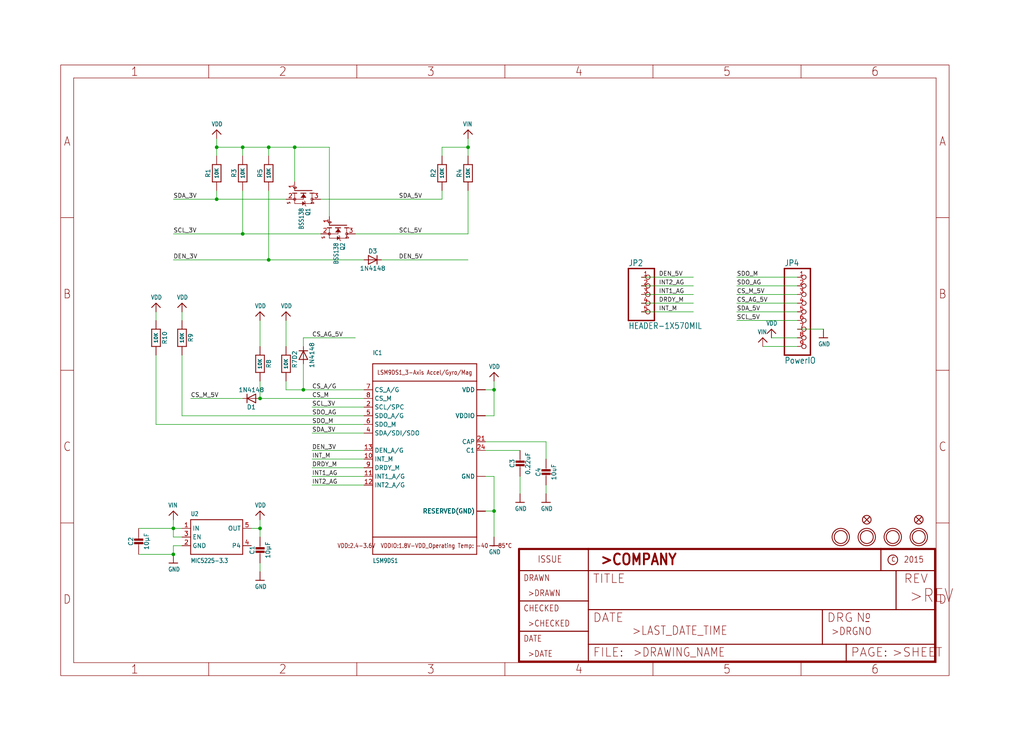
<source format=kicad_sch>
(kicad_sch (version 20211123) (generator eeschema)
  (paper "User" 300.076 217.881)
  (lib_symbols
    (symbol "eagleSchem-eagle-import:CAP_CERAMIC0805-NOOUTLINE"
      (property "Reference" "C" (at -2.29 1.25 90))
      (property "Value" "CAP_CERAMIC0805-NOOUTLINE" (at 2.3 1.25 90))
      (symbol "CAP_CERAMIC0805-NOOUTLINE_1_0"
        (rectangle (start -1.27 0.508) (end 1.27 1.016) (fill (type outline)))
        (rectangle (start -1.27 1.524) (end 1.27 2.032) (fill (type outline)))
        (polyline (pts (xy 0 0.762) (xy 0 0)) (stroke (width 0.1524)))
        (polyline (pts (xy 0 2.54) (xy 0 1.778)) (stroke (width 0.1524)))
        (pin passive line (at 0 5.08 270) (length 2.54) (name "1") (number "1"))
        (pin passive line (at 0 -2.54 90) (length 2.54) (name "2") (number "2"))
      )
    )
    (symbol "eagleSchem-eagle-import:CAP_CERAMIC0805_10MGAP"
      (property "Reference" "C" (at -2.29 1.25 90))
      (property "Value" "CAP_CERAMIC0805_10MGAP" (at 2.3 1.25 90))
      (symbol "CAP_CERAMIC0805_10MGAP_1_0"
        (rectangle (start -1.27 0.508) (end 1.27 1.016) (fill (type outline)))
        (rectangle (start -1.27 1.524) (end 1.27 2.032) (fill (type outline)))
        (polyline (pts (xy 0 0.762) (xy 0 0)) (stroke (width 0.1524)))
        (polyline (pts (xy 0 2.54) (xy 0 1.778)) (stroke (width 0.1524)))
        (pin passive line (at 0 5.08 270) (length 2.54) (name "1") (number "1"))
        (pin passive line (at 0 -2.54 90) (length 2.54) (name "2") (number "2"))
      )
    )
    (symbol "eagleSchem-eagle-import:DIODESOD-323"
      (property "Reference" "D" (at 0 2.54 0))
      (property "Value" "DIODESOD-323" (at 0 -2.5 0))
      (symbol "DIODESOD-323_1_0"
        (polyline (pts (xy -1.27 -1.27) (xy 1.27 0)) (stroke (width 0.254)))
        (polyline (pts (xy -1.27 1.27) (xy -1.27 -1.27)) (stroke (width 0.254)))
        (polyline (pts (xy 1.27 0) (xy -1.27 1.27)) (stroke (width 0.254)))
        (polyline (pts (xy 1.27 0) (xy 1.27 -1.27)) (stroke (width 0.254)))
        (polyline (pts (xy 1.27 1.27) (xy 1.27 0)) (stroke (width 0.254)))
        (pin passive line (at -2.54 0 0) (length 2.54) (name "A") (number "A"))
        (pin passive line (at 2.54 0 180) (length 2.54) (name "C") (number "C"))
      )
    )
    (symbol "eagleSchem-eagle-import:FIDUCIAL{dblquote}{dblquote}"
      (symbol "FIDUCIAL{dblquote}{dblquote}_1_0"
        (polyline (pts (xy -0.762 0.762) (xy 0.762 -0.762)) (stroke (width 0.254)))
        (polyline (pts (xy 0.762 0.762) (xy -0.762 -0.762)) (stroke (width 0.254)))
        (circle (center 0 0) (radius 1.27) (stroke (width 0.254)))
      )
    )
    (symbol "eagleSchem-eagle-import:FRAME_A4"
      (symbol "FRAME_A4_1_0"
        (polyline (pts (xy 0 44.7675) (xy 3.81 44.7675)))
        (polyline (pts (xy 0 89.535) (xy 3.81 89.535)))
        (polyline (pts (xy 0 134.3025) (xy 3.81 134.3025)))
        (polyline (pts (xy 3.81 3.81) (xy 3.81 175.26)))
        (polyline (pts (xy 43.3917 0) (xy 43.3917 3.81)))
        (polyline (pts (xy 43.3917 175.26) (xy 43.3917 179.07)))
        (polyline (pts (xy 86.7833 0) (xy 86.7833 3.81)))
        (polyline (pts (xy 86.7833 175.26) (xy 86.7833 179.07)))
        (polyline (pts (xy 130.175 0) (xy 130.175 3.81)))
        (polyline (pts (xy 130.175 175.26) (xy 130.175 179.07)))
        (polyline (pts (xy 173.5667 0) (xy 173.5667 3.81)))
        (polyline (pts (xy 173.5667 175.26) (xy 173.5667 179.07)))
        (polyline (pts (xy 216.9583 0) (xy 216.9583 3.81)))
        (polyline (pts (xy 216.9583 175.26) (xy 216.9583 179.07)))
        (polyline (pts (xy 256.54 3.81) (xy 3.81 3.81)))
        (polyline (pts (xy 256.54 3.81) (xy 256.54 8.89)) (stroke (width 0.1016)))
        (polyline (pts (xy 256.54 3.81) (xy 256.54 175.26)))
        (polyline (pts (xy 256.54 8.89) (xy 256.54 13.97)) (stroke (width 0.1016)))
        (polyline (pts (xy 256.54 13.97) (xy 256.54 19.05)) (stroke (width 0.1016)))
        (polyline (pts (xy 256.54 19.05) (xy 256.54 36.83)) (stroke (width 0.1016)))
        (polyline (pts (xy 256.54 44.7675) (xy 260.35 44.7675)))
        (polyline (pts (xy 256.54 89.535) (xy 260.35 89.535)))
        (polyline (pts (xy 256.54 134.3025) (xy 260.35 134.3025)))
        (polyline (pts (xy 256.54 175.26) (xy 3.81 175.26)))
        (polyline (pts (xy 0 0) (xy 260.35 0) (xy 260.35 179.07) (xy 0 179.07) (xy 0 0)))
        (text "1" (at 21.6958 1.905 0) (effects (font (size 2.54 2.286))))
        (text "1" (at 21.6958 177.165 0) (effects (font (size 2.54 2.286))))
        (text "2" (at 65.0875 1.905 0) (effects (font (size 2.54 2.286))))
        (text "2" (at 65.0875 177.165 0) (effects (font (size 2.54 2.286))))
        (text "3" (at 108.4792 1.905 0) (effects (font (size 2.54 2.286))))
        (text "3" (at 108.4792 177.165 0) (effects (font (size 2.54 2.286))))
        (text "4" (at 151.8708 1.905 0) (effects (font (size 2.54 2.286))))
        (text "4" (at 151.8708 177.165 0) (effects (font (size 2.54 2.286))))
        (text "5" (at 195.2625 1.905 0) (effects (font (size 2.54 2.286))))
        (text "5" (at 195.2625 177.165 0) (effects (font (size 2.54 2.286))))
        (text "6" (at 238.6542 1.905 0) (effects (font (size 2.54 2.286))))
        (text "6" (at 238.6542 177.165 0) (effects (font (size 2.54 2.286))))
        (text "A" (at 1.905 156.6863 0) (effects (font (size 2.54 2.286))))
        (text "A" (at 258.445 156.6863 0) (effects (font (size 2.54 2.286))))
        (text "B" (at 1.905 111.9188 0) (effects (font (size 2.54 2.286))))
        (text "B" (at 258.445 111.9188 0) (effects (font (size 2.54 2.286))))
        (text "C" (at 1.905 67.1513 0) (effects (font (size 2.54 2.286))))
        (text "C" (at 258.445 67.1513 0) (effects (font (size 2.54 2.286))))
        (text "D" (at 1.905 22.3838 0) (effects (font (size 2.54 2.286))))
        (text "D" (at 258.445 22.3838 0) (effects (font (size 2.54 2.286))))
      )
      (symbol "FRAME_A4_2_0"
        (polyline (pts (xy -0.3048 1.5748) (xy 20.0152 1.5748)) (stroke (width 0.6096)))
        (polyline (pts (xy -0.3048 10.4648) (xy -0.3048 1.5748)) (stroke (width 0.6096)))
        (polyline (pts (xy -0.3048 10.4648) (xy 20.0152 10.4648)) (stroke (width 0.3048)))
        (polyline (pts (xy -0.3048 19.3548) (xy -0.3048 10.4648)) (stroke (width 0.6096)))
        (polyline (pts (xy -0.3048 19.3548) (xy 20.0152 19.3548)) (stroke (width 0.3048)))
        (polyline (pts (xy -0.3048 28.2448) (xy -0.3048 19.3548)) (stroke (width 0.6096)))
        (polyline (pts (xy -0.3048 28.2448) (xy 20.0152 28.2448)) (stroke (width 0.3048)))
        (polyline (pts (xy -0.3048 34.5948) (xy -0.3048 28.2448)) (stroke (width 0.6096)))
        (polyline (pts (xy 20.0152 1.5748) (xy 20.0152 6.6548)) (stroke (width 0.3048)))
        (polyline (pts (xy 20.0152 1.5748) (xy 95.5802 1.5748)) (stroke (width 0.6096)))
        (polyline (pts (xy 20.0152 6.6548) (xy 20.0152 10.4648)) (stroke (width 0.3048)))
        (polyline (pts (xy 20.0152 6.6548) (xy 88.5952 6.6548)) (stroke (width 0.3048)))
        (polyline (pts (xy 20.0152 10.4648) (xy 20.0152 16.8148)) (stroke (width 0.3048)))
        (polyline (pts (xy 20.0152 16.8148) (xy 20.0152 19.3548)) (stroke (width 0.3048)))
        (polyline (pts (xy 20.0152 19.3548) (xy 20.0152 28.2448)) (stroke (width 0.3048)))
        (polyline (pts (xy 20.0152 28.2448) (xy 20.0152 34.5948)) (stroke (width 0.3048)))
        (polyline (pts (xy 20.0152 28.2448) (xy 105.7402 28.2448)) (stroke (width 0.3048)))
        (polyline (pts (xy 20.0152 34.5948) (xy -0.3048 34.5948)) (stroke (width 0.6096)))
        (polyline (pts (xy 88.5952 6.6548) (xy 95.5802 6.6548)) (stroke (width 0.3048)))
        (polyline (pts (xy 88.5952 16.8148) (xy 20.0152 16.8148)) (stroke (width 0.3048)))
        (polyline (pts (xy 88.5952 16.8148) (xy 88.5952 6.6548)) (stroke (width 0.3048)))
        (polyline (pts (xy 95.5802 1.5748) (xy 121.6152 1.5748)) (stroke (width 0.6096)))
        (polyline (pts (xy 95.5802 6.6548) (xy 95.5802 1.5748)) (stroke (width 0.3048)))
        (polyline (pts (xy 95.5802 6.6548) (xy 121.6152 6.6548)) (stroke (width 0.3048)))
        (polyline (pts (xy 101.2952 13.3223) (xy 102.2477 13.3223)) (stroke (width 0.254)))
        (polyline (pts (xy 105.7402 28.2448) (xy 105.7402 34.5948)) (stroke (width 0.3048)))
        (polyline (pts (xy 105.7402 28.2448) (xy 110.1852 28.2448)) (stroke (width 0.3048)))
        (polyline (pts (xy 105.7402 34.5948) (xy 20.0152 34.5948)) (stroke (width 0.6096)))
        (polyline (pts (xy 110.1852 16.8148) (xy 88.5952 16.8148)) (stroke (width 0.3048)))
        (polyline (pts (xy 110.1852 28.2448) (xy 110.1852 16.8148)) (stroke (width 0.3048)))
        (polyline (pts (xy 110.1852 28.2448) (xy 121.6152 28.2448)) (stroke (width 0.3048)))
        (polyline (pts (xy 121.6152 6.6548) (xy 121.6152 1.5748)) (stroke (width 0.6096)))
        (polyline (pts (xy 121.6152 16.8148) (xy 110.1852 16.8148)) (stroke (width 0.3048)))
        (polyline (pts (xy 121.6152 16.8148) (xy 121.6152 6.6548)) (stroke (width 0.6096)))
        (polyline (pts (xy 121.6152 28.2448) (xy 121.6152 16.8148)) (stroke (width 0.6096)))
        (polyline (pts (xy 121.6152 34.5948) (xy 105.7402 34.5948)) (stroke (width 0.6096)))
        (polyline (pts (xy 121.6152 34.5948) (xy 121.6152 28.2448)) (stroke (width 0.6096)))
        (circle (center 109.2327 31.4198) (radius 1.4199) (stroke (width 0.254)))
        (text "2015" (at 112.4077 30.4673 0) (effects (font (size 1.778 1.5113)) (justify left bottom)))
        (text ">CHECKED" (at 2.2352 11.7348 0) (effects (font (size 1.778 1.5113)) (justify left bottom)))
        (text ">COMPANY" (at 23.349 29.6735 0) (effects (font (size 3.175 2.6987) (thickness 0.5397) bold) (justify left bottom)))
        (text ">DATE" (at 2.2352 2.8448 0) (effects (font (size 1.778 1.5113)) (justify left bottom)))
        (text ">DRAWING_NAME" (at 33.0327 2.8448 0) (effects (font (size 2.54 2.159)) (justify left bottom)))
        (text ">DRAWN" (at 2.2352 20.6248 0) (effects (font (size 1.778 1.5113)) (justify left bottom)))
        (text ">DRGNO" (at 91.1352 9.1948 0) (effects (font (size 2.1844 1.8567)) (justify left bottom)))
        (text ">LAST_DATE_TIME" (at 32.7152 9.1948 0) (effects (font (size 2.54 2.159)) (justify left bottom)))
        (text ">REV" (at 113.9952 18.7198 0) (effects (font (size 3.81 3.2385)) (justify left bottom)))
        (text ">SHEET" (at 108.9152 2.8448 0) (effects (font (size 2.54 2.54)) (justify left bottom)))
        (text "C" (at 108.7564 30.7848 0) (effects (font (size 1.27 1.0795)) (justify left bottom)))
        (text "CHECKED" (at 0.9652 16.1798 0) (effects (font (size 1.778 1.5113)) (justify left bottom)))
        (text "DATE" (at 0.9652 7.2898 0) (effects (font (size 1.778 1.5113)) (justify left bottom)))
        (text "DATE" (at 21.2852 13.0048 0) (effects (font (size 2.54 2.54)) (justify left bottom)))
        (text "DRAWN" (at 0.9652 25.0698 0) (effects (font (size 1.778 1.5113)) (justify left bottom)))
        (text "DRG" (at 89.8652 13.0048 0) (effects (font (size 2.54 2.54)) (justify left bottom)))
        (text "FILE:" (at 21.2852 2.8448 0) (effects (font (size 2.54 2.54)) (justify left bottom)))
        (text "ISSUE" (at 5.0927 30.4673 0) (effects (font (size 1.9304 1.6408)) (justify left bottom)))
        (text "N" (at 98.4377 13.0048 0) (effects (font (size 2.54 2.54)) (justify left bottom)))
        (text "o" (at 100.9777 13.9573 0) (effects (font (size 2.1844 1.8567)) (justify left bottom)))
        (text "PAGE:" (at 96.8502 2.8448 0) (effects (font (size 2.54 2.54)) (justify left bottom)))
        (text "REV" (at 112.4077 24.4348 0) (effects (font (size 2.54 2.54)) (justify left bottom)))
        (text "TITLE" (at 21.2852 24.4348 0) (effects (font (size 2.54 2.54)) (justify left bottom)))
      )
    )
    (symbol "eagleSchem-eagle-import:GND" (power)
      (property "Value" "GND" (at -1.524 -2.54 0))
      (symbol "GND_1_0"
        (polyline (pts (xy -1.27 0) (xy 1.27 0)) (stroke (width 0.254)))
        (pin power_in line (at 0 2.54 270) (length 2.54) (name "GND") (number "1"))
      )
    )
    (symbol "eagleSchem-eagle-import:HEADER-1X570MIL"
      (property "Reference" "JP" (at -6.35 8.255 0))
      (property "Value" "HEADER-1X570MIL" (at -6.35 -10.16 0))
      (symbol "HEADER-1X570MIL_1_0"
        (polyline (pts (xy -6.35 -7.62) (xy 1.27 -7.62)) (stroke (width 0.4064)))
        (polyline (pts (xy -6.35 7.62) (xy -6.35 -7.62)) (stroke (width 0.4064)))
        (polyline (pts (xy 1.27 -7.62) (xy 1.27 7.62)) (stroke (width 0.4064)))
        (polyline (pts (xy 1.27 7.62) (xy -6.35 7.62)) (stroke (width 0.4064)))
        (pin passive inverted (at -2.54 5.08 0) (length 2.54) (name "1") (number "1"))
        (pin passive inverted (at -2.54 2.54 0) (length 2.54) (name "2") (number "2"))
        (pin passive inverted (at -2.54 0 0) (length 2.54) (name "3") (number "3"))
        (pin passive inverted (at -2.54 -2.54 0) (length 2.54) (name "4") (number "4"))
        (pin passive inverted (at -2.54 -5.08 0) (length 2.54) (name "5") (number "5"))
      )
    )
    (symbol "eagleSchem-eagle-import:HEADER-1X970MIL"
      (property "Reference" "JP" (at -6.35 13.335 0))
      (property "Value" "HEADER-1X970MIL" (at -6.35 -15.24 0))
      (symbol "HEADER-1X970MIL_1_0"
        (polyline (pts (xy -6.35 -12.7) (xy 1.27 -12.7)) (stroke (width 0.4064)))
        (polyline (pts (xy -6.35 12.7) (xy -6.35 -12.7)) (stroke (width 0.4064)))
        (polyline (pts (xy 1.27 -12.7) (xy 1.27 12.7)) (stroke (width 0.4064)))
        (polyline (pts (xy 1.27 12.7) (xy -6.35 12.7)) (stroke (width 0.4064)))
        (pin passive inverted (at -2.54 10.16 0) (length 2.54) (name "1") (number "1"))
        (pin passive inverted (at -2.54 7.62 0) (length 2.54) (name "2") (number "2"))
        (pin passive inverted (at -2.54 5.08 0) (length 2.54) (name "3") (number "3"))
        (pin passive inverted (at -2.54 2.54 0) (length 2.54) (name "4") (number "4"))
        (pin passive inverted (at -2.54 0 0) (length 2.54) (name "5") (number "5"))
        (pin passive inverted (at -2.54 -2.54 0) (length 2.54) (name "6") (number "6"))
        (pin passive inverted (at -2.54 -5.08 0) (length 2.54) (name "7") (number "7"))
        (pin passive inverted (at -2.54 -7.62 0) (length 2.54) (name "8") (number "8"))
        (pin passive inverted (at -2.54 -10.16 0) (length 2.54) (name "9") (number "9"))
      )
    )
    (symbol "eagleSchem-eagle-import:LSM9DS1"
      (property "Reference" "IC" (at -15.24 27.94 0))
      (property "Value" "LSM9DS1" (at -15.24 -33.02 0))
      (symbol "LSM9DS1_1_0"
        (polyline (pts (xy -15.24 -30.48) (xy 15.24 -30.48)) (stroke (width 0.254)))
        (polyline (pts (xy -15.24 -25.4) (xy -15.24 -30.48)) (stroke (width 0.254)))
        (polyline (pts (xy -15.24 -25.4) (xy -15.24 20.32)) (stroke (width 0.254)))
        (polyline (pts (xy -15.24 20.32) (xy -15.24 25.4)) (stroke (width 0.254)))
        (polyline (pts (xy -15.24 20.32) (xy 15.24 20.32)) (stroke (width 0.254)))
        (polyline (pts (xy -15.24 25.4) (xy 15.24 25.4)) (stroke (width 0.254)))
        (polyline (pts (xy 15.24 -30.48) (xy 15.24 -25.4)) (stroke (width 0.254)))
        (polyline (pts (xy 15.24 -25.4) (xy -15.24 -25.4)) (stroke (width 0.254)))
        (polyline (pts (xy 15.24 20.32) (xy 15.24 -25.4)) (stroke (width 0.254)))
        (polyline (pts (xy 15.24 25.4) (xy 15.24 20.32)) (stroke (width 0.254)))
        (text "LSM9DS1_3-Axis Accel/Gyro/Mag" (at 0 22.86 0) (effects (font (size 1.27 1.0795))))
        (text "VDD:2.4-3.6V  VDDIO:1.8V-VDD_Operating Temp: -40 - 85°C" (at 0 -27.94 0) (effects (font (size 1.27 1.0795))))
        (pin power_in line (at 17.78 10.16 180) (length 2.54) (name "VDDIO") (number "1"))
        (pin bidirectional line (at -17.78 -2.54 0) (length 2.54) (name "INT_M") (number "10"))
        (pin bidirectional line (at -17.78 -7.62 0) (length 2.54) (name "INT1_A/G") (number "11"))
        (pin bidirectional line (at -17.78 -10.16 0) (length 2.54) (name "INT2_A/G") (number "12"))
        (pin bidirectional line (at -17.78 0 0) (length 2.54) (name "DEN_A/G") (number "13"))
        (pin power_in line (at 17.78 -17.78 180) (length 2.54) (name "RESERVED(GND)") (number "14"))
        (pin power_in line (at 17.78 -17.78 180) (length 2.54) (name "RESERVED(GND)") (number "15"))
        (pin power_in line (at 17.78 -17.78 180) (length 2.54) (name "RESERVED(GND)") (number "16"))
        (pin power_in line (at 17.78 -17.78 180) (length 2.54) (name "RESERVED(GND)") (number "17"))
        (pin power_in line (at 17.78 -17.78 180) (length 2.54) (name "RESERVED(GND)") (number "18"))
        (pin power_in line (at 17.78 -7.62 180) (length 2.54) (name "GND") (number "19"))
        (pin bidirectional line (at -17.78 12.7 0) (length 2.54) (name "SCL/SPC") (number "2"))
        (pin power_in line (at 17.78 -7.62 180) (length 2.54) (name "GND") (number "20"))
        (pin bidirectional line (at 17.78 2.54 180) (length 2.54) (name "CAP") (number "21"))
        (pin power_in line (at 17.78 17.78 180) (length 2.54) (name "VDD") (number "22"))
        (pin power_in line (at 17.78 17.78 180) (length 2.54) (name "VDD") (number "23"))
        (pin bidirectional line (at 17.78 0 180) (length 2.54) (name "C1") (number "24"))
        (pin power_in line (at 17.78 10.16 180) (length 2.54) (name "VDDIO") (number "3"))
        (pin bidirectional line (at -17.78 5.08 0) (length 2.54) (name "SDA/SDI/SDO") (number "4"))
        (pin bidirectional line (at -17.78 10.16 0) (length 2.54) (name "SDO_A/G") (number "5"))
        (pin bidirectional line (at -17.78 7.62 0) (length 2.54) (name "SDO_M") (number "6"))
        (pin bidirectional line (at -17.78 17.78 0) (length 2.54) (name "CS_A/G") (number "7"))
        (pin bidirectional line (at -17.78 15.24 0) (length 2.54) (name "CS_M") (number "8"))
        (pin bidirectional line (at -17.78 -5.08 0) (length 2.54) (name "DRDY_M") (number "9"))
      )
    )
    (symbol "eagleSchem-eagle-import:MOSFET-NWIDE"
      (property "Reference" "Q" (at 5.08 0.635 0))
      (property "Value" "MOSFET-NWIDE" (at 5.08 -1.27 0))
      (symbol "MOSFET-NWIDE_1_0"
        (polyline (pts (xy 0 2.54) (xy 0 -2.54)) (stroke (width 0.254)))
        (polyline (pts (xy 0.762 -2.54) (xy 0.762 -3.175)) (stroke (width 0.254)))
        (polyline (pts (xy 0.762 -1.905) (xy 0.762 -2.54)) (stroke (width 0.254)))
        (polyline (pts (xy 0.762 0) (xy 0.762 -0.762)) (stroke (width 0.254)))
        (polyline (pts (xy 0.762 0) (xy 2.54 0)) (stroke (width 0.1524)))
        (polyline (pts (xy 0.762 0.762) (xy 0.762 0)) (stroke (width 0.254)))
        (polyline (pts (xy 0.762 2.54) (xy 0.762 1.905)) (stroke (width 0.254)))
        (polyline (pts (xy 0.762 2.54) (xy 3.81 2.54)) (stroke (width 0.1524)))
        (polyline (pts (xy 0.762 3.175) (xy 0.762 2.54)) (stroke (width 0.254)))
        (polyline (pts (xy 2.54 -2.54) (xy 0.762 -2.54)) (stroke (width 0.1524)))
        (polyline (pts (xy 2.54 -2.54) (xy 3.81 -2.54)) (stroke (width 0.1524)))
        (polyline (pts (xy 2.54 0) (xy 2.54 -2.54)) (stroke (width 0.1524)))
        (polyline (pts (xy 3.302 0.508) (xy 3.048 0.254)) (stroke (width 0.1524)))
        (polyline (pts (xy 3.81 0.508) (xy 3.302 0.508)) (stroke (width 0.1524)))
        (polyline (pts (xy 3.81 0.508) (xy 3.81 -2.54)) (stroke (width 0.1524)))
        (polyline (pts (xy 3.81 2.54) (xy 3.81 0.508)) (stroke (width 0.1524)))
        (polyline (pts (xy 4.318 0.508) (xy 3.81 0.508)) (stroke (width 0.1524)))
        (polyline (pts (xy 4.572 0.762) (xy 4.318 0.508)) (stroke (width 0.1524)))
        (polyline (pts (xy 1.016 0) (xy 2.032 0.762) (xy 2.032 -0.762)) (fill (type outline)))
        (polyline (pts (xy 3.81 0.508) (xy 3.302 -0.254) (xy 4.318 -0.254)) (fill (type outline)))
        (circle (center 2.54 -2.54) (radius 0.3592))
        (circle (center 2.54 2.54) (radius 0.3592))
        (text "D" (at 3.175 3.175 0) (effects (font (size 0.8128 0.6908)) (justify left bottom)))
        (text "G" (at -1.27 -1.905 0) (effects (font (size 0.8128 0.6908)) (justify left bottom)))
        (text "S" (at 3.175 -3.81 0) (effects (font (size 0.8128 0.6908)) (justify left bottom)))
        (pin bidirectional line (at -2.54 -2.54 0) (length 2.54) (name "G") (number "1"))
        (pin bidirectional line (at 2.54 -5.08 90) (length 2.54) (name "S") (number "2"))
        (pin bidirectional line (at 2.54 5.08 270) (length 2.54) (name "D") (number "3"))
      )
    )
    (symbol "eagleSchem-eagle-import:MOUNTINGHOLE2.5"
      (symbol "MOUNTINGHOLE2.5_1_0"
        (circle (center 0 0) (radius 1.905) (stroke (width 0.254)))
        (circle (center 0 0) (radius 2.54) (stroke (width 0.254)))
      )
    )
    (symbol "eagleSchem-eagle-import:RESISTOR0805_10MGAP"
      (property "Reference" "R" (at 0 2.54 0))
      (property "Value" "RESISTOR0805_10MGAP" (at 0 0 0))
      (symbol "RESISTOR0805_10MGAP_1_0"
        (polyline (pts (xy -2.54 -1.27) (xy -2.54 1.27)) (stroke (width 0.254)))
        (polyline (pts (xy -2.54 1.27) (xy 2.54 1.27)) (stroke (width 0.254)))
        (polyline (pts (xy 2.54 -1.27) (xy -2.54 -1.27)) (stroke (width 0.254)))
        (polyline (pts (xy 2.54 1.27) (xy 2.54 -1.27)) (stroke (width 0.254)))
        (pin passive line (at -5.08 0 0) (length 2.54) (name "1") (number "1"))
        (pin passive line (at 5.08 0 180) (length 2.54) (name "2") (number "2"))
      )
    )
    (symbol "eagleSchem-eagle-import:RESISTOR0805_NOOUTLINE"
      (property "Reference" "R" (at 0 2.54 0))
      (property "Value" "RESISTOR0805_NOOUTLINE" (at 0 0 0))
      (symbol "RESISTOR0805_NOOUTLINE_1_0"
        (polyline (pts (xy -2.54 -1.27) (xy -2.54 1.27)) (stroke (width 0.254)))
        (polyline (pts (xy -2.54 1.27) (xy 2.54 1.27)) (stroke (width 0.254)))
        (polyline (pts (xy 2.54 -1.27) (xy -2.54 -1.27)) (stroke (width 0.254)))
        (polyline (pts (xy 2.54 1.27) (xy 2.54 -1.27)) (stroke (width 0.254)))
        (pin passive line (at -5.08 0 0) (length 2.54) (name "1") (number "1"))
        (pin passive line (at 5.08 0 180) (length 2.54) (name "2") (number "2"))
      )
    )
    (symbol "eagleSchem-eagle-import:VDD" (power)
      (property "Value" "VDD" (at -1.524 1.016 0))
      (symbol "VDD_1_0"
        (polyline (pts (xy -1.27 -1.27) (xy 0 0)) (stroke (width 0.254)))
        (polyline (pts (xy 0 0) (xy 1.27 -1.27)) (stroke (width 0.254)))
        (pin power_in line (at 0 -2.54 90) (length 2.54) (name "VDD") (number "1"))
      )
    )
    (symbol "eagleSchem-eagle-import:VIN" (power)
      (property "Value" "VIN" (at -1.524 1.016 0))
      (symbol "VIN_1_0"
        (polyline (pts (xy -1.27 -1.27) (xy 0 0)) (stroke (width 0.254)))
        (polyline (pts (xy 0 0) (xy 1.27 -1.27)) (stroke (width 0.254)))
        (pin power_in line (at 0 -2.54 90) (length 2.54) (name "VIN") (number "1"))
      )
    )
    (symbol "eagleSchem-eagle-import:VREG_SOT23-5"
      (property "Reference" "U" (at -7.62 6.096 0))
      (property "Value" "VREG_SOT23-5" (at -7.62 -7.62 0))
      (symbol "VREG_SOT23-5_1_0"
        (polyline (pts (xy -7.62 -5.08) (xy -7.62 5.08)) (stroke (width 0.254)))
        (polyline (pts (xy -7.62 5.08) (xy 7.62 5.08)) (stroke (width 0.254)))
        (polyline (pts (xy 7.62 -5.08) (xy -7.62 -5.08)) (stroke (width 0.254)))
        (polyline (pts (xy 7.62 5.08) (xy 7.62 -5.08)) (stroke (width 0.254)))
        (pin power_in line (at -10.16 2.54 0) (length 2.54) (name "IN") (number "1"))
        (pin power_in line (at -10.16 -2.54 0) (length 2.54) (name "GND") (number "2"))
        (pin input line (at -10.16 0 0) (length 2.54) (name "EN") (number "3"))
        (pin bidirectional line (at 10.16 -2.54 180) (length 2.54) (name "P4") (number "4"))
        (pin power_in line (at 10.16 2.54 180) (length 2.54) (name "OUT") (number "5"))
      )
    )
  )
  (junction (at 78.74 43.18))
  (junction (at 50.8 162.56))
  (junction (at 71.12 68.58))
  (junction (at 63.5 58.42))
  (junction (at 144.78 114.3))
  (junction (at 137.16 43.18))
  (junction (at 78.74 76.2))
  (junction (at 86.36 43.18))
  (junction (at 76.2 154.94))
  (junction (at 71.12 43.18))
  (junction (at 50.8 154.94))
  (junction (at 76.2 116.84))
  (junction (at 63.5 43.18))
  (junction (at 144.78 149.86))
  (junction (at 88.9 114.3))
  (wire (pts (xy 53.34 157.48) (xy 50.8 157.48)))
  (wire (pts (xy 76.2 101.6) (xy 76.2 93.98)))
  (wire (pts (xy 96.52 63.5) (xy 96.52 43.18)))
  (wire (pts (xy 63.5 43.18) (xy 63.5 40.64)))
  (wire (pts (xy 78.74 43.18) (xy 78.74 45.72)))
  (wire (pts (xy 40.64 162.56) (xy 50.8 162.56)))
  (wire (pts (xy 144.78 121.92) (xy 144.78 114.3)))
  (wire (pts (xy 78.74 76.2) (xy 50.8 76.2)))
  (wire (pts (xy 152.4 144.78) (xy 152.4 139.7)))
  (wire (pts (xy 142.24 114.3) (xy 144.78 114.3)))
  (wire (pts (xy 137.16 68.58) (xy 137.16 55.88)))
  (wire (pts (xy 76.2 154.94) (xy 76.2 157.48)))
  (wire (pts (xy 160.02 129.54) (xy 160.02 134.62)))
  (wire (pts (xy 86.36 53.34) (xy 86.36 43.18)))
  (wire (pts (xy 71.12 55.88) (xy 71.12 68.58)))
  (wire (pts (xy 73.66 154.94) (xy 76.2 154.94)))
  (wire (pts (xy 203.2 86.36) (xy 187.96 86.36)))
  (wire (pts (xy 53.34 160.02) (xy 50.8 160.02)))
  (wire (pts (xy 129.54 45.72) (xy 129.54 43.18)))
  (wire (pts (xy 96.52 43.18) (xy 86.36 43.18)))
  (wire (pts (xy 187.96 81.28) (xy 203.2 81.28)))
  (wire (pts (xy 106.68 124.46) (xy 45.72 124.46)))
  (wire (pts (xy 106.68 127) (xy 91.44 127)))
  (wire (pts (xy 142.24 132.08) (xy 152.4 132.08)))
  (wire (pts (xy 83.82 114.3) (xy 88.9 114.3)))
  (wire (pts (xy 45.72 124.46) (xy 45.72 104.14)))
  (wire (pts (xy 71.12 116.84) (xy 55.88 116.84)))
  (wire (pts (xy 83.82 101.6) (xy 83.82 93.98)))
  (wire (pts (xy 106.68 139.7) (xy 91.44 139.7)))
  (wire (pts (xy 203.2 83.82) (xy 187.96 83.82)))
  (wire (pts (xy 93.98 58.42) (xy 129.54 58.42)))
  (wire (pts (xy 63.5 45.72) (xy 63.5 43.18)))
  (wire (pts (xy 104.14 68.58) (xy 137.16 68.58)))
  (wire (pts (xy 160.02 142.24) (xy 160.02 144.78)))
  (wire (pts (xy 63.5 58.42) (xy 50.8 58.42)))
  (wire (pts (xy 71.12 43.18) (xy 63.5 43.18)))
  (wire (pts (xy 203.2 91.44) (xy 187.96 91.44)))
  (wire (pts (xy 86.36 43.18) (xy 78.74 43.18)))
  (wire (pts (xy 53.34 154.94) (xy 50.8 154.94)))
  (wire (pts (xy 142.24 149.86) (xy 144.78 149.86)))
  (wire (pts (xy 106.68 76.2) (xy 78.74 76.2)))
  (wire (pts (xy 233.68 83.82) (xy 215.9 83.82)))
  (wire (pts (xy 226.06 99.06) (xy 233.68 99.06)))
  (wire (pts (xy 106.68 137.16) (xy 91.44 137.16)))
  (wire (pts (xy 76.2 165.1) (xy 76.2 167.64)))
  (wire (pts (xy 129.54 43.18) (xy 137.16 43.18)))
  (wire (pts (xy 106.68 119.38) (xy 91.44 119.38)))
  (wire (pts (xy 78.74 76.2) (xy 78.74 55.88)))
  (wire (pts (xy 78.74 43.18) (xy 71.12 43.18)))
  (wire (pts (xy 53.34 121.92) (xy 53.34 104.14)))
  (wire (pts (xy 88.9 101.6) (xy 88.9 99.06)))
  (wire (pts (xy 106.68 132.08) (xy 91.44 132.08)))
  (wire (pts (xy 106.68 116.84) (xy 76.2 116.84)))
  (wire (pts (xy 142.24 129.54) (xy 160.02 129.54)))
  (wire (pts (xy 45.72 93.98) (xy 45.72 91.44)))
  (wire (pts (xy 137.16 43.18) (xy 137.16 40.64)))
  (wire (pts (xy 88.9 114.3) (xy 88.9 106.68)))
  (wire (pts (xy 233.68 81.28) (xy 215.9 81.28)))
  (wire (pts (xy 233.68 93.98) (xy 215.9 93.98)))
  (wire (pts (xy 233.68 88.9) (xy 215.9 88.9)))
  (wire (pts (xy 83.82 58.42) (xy 63.5 58.42)))
  (wire (pts (xy 223.52 101.6) (xy 233.68 101.6)))
  (wire (pts (xy 71.12 45.72) (xy 71.12 43.18)))
  (wire (pts (xy 106.68 114.3) (xy 88.9 114.3)))
  (wire (pts (xy 203.2 88.9) (xy 187.96 88.9)))
  (wire (pts (xy 83.82 114.3) (xy 83.82 111.76)))
  (wire (pts (xy 76.2 116.84) (xy 76.2 111.76)))
  (wire (pts (xy 76.2 154.94) (xy 76.2 152.4)))
  (wire (pts (xy 144.78 139.7) (xy 144.78 149.86)))
  (wire (pts (xy 144.78 149.86) (xy 144.78 157.48)))
  (wire (pts (xy 106.68 134.62) (xy 91.44 134.62)))
  (wire (pts (xy 137.16 45.72) (xy 137.16 43.18)))
  (wire (pts (xy 142.24 139.7) (xy 144.78 139.7)))
  (wire (pts (xy 71.12 68.58) (xy 50.8 68.58)))
  (wire (pts (xy 50.8 160.02) (xy 50.8 162.56)))
  (wire (pts (xy 63.5 55.88) (xy 63.5 58.42)))
  (wire (pts (xy 88.9 99.06) (xy 104.14 99.06)))
  (wire (pts (xy 111.76 76.2) (xy 137.16 76.2)))
  (wire (pts (xy 93.98 68.58) (xy 71.12 68.58)))
  (wire (pts (xy 233.68 91.44) (xy 215.9 91.44)))
  (wire (pts (xy 144.78 114.3) (xy 144.78 111.76)))
  (wire (pts (xy 142.24 121.92) (xy 144.78 121.92)))
  (wire (pts (xy 53.34 93.98) (xy 53.34 91.44)))
  (wire (pts (xy 50.8 154.94) (xy 50.8 152.4)))
  (wire (pts (xy 215.9 86.36) (xy 233.68 86.36)))
  (wire (pts (xy 106.68 142.24) (xy 91.44 142.24)))
  (wire (pts (xy 50.8 157.48) (xy 50.8 154.94)))
  (wire (pts (xy 129.54 58.42) (xy 129.54 55.88)))
  (wire (pts (xy 233.68 96.52) (xy 241.3 96.52)))
  (wire (pts (xy 106.68 121.92) (xy 53.34 121.92)))
  (wire (pts (xy 40.64 154.94) (xy 50.8 154.94)))
  (label "INT_M" (at 193.04 91.44 0) (effects (font (size 1.2446 1.2446))))
  (label "SDO_AG" (at 91.44 121.92 0) (effects (font (size 1.2446 1.2446))))
  (label "CS_AG_5V" (at 91.44 99.06 0) (effects (font (size 1.2446 1.2446))))
  (label "SDA_3V" (at 50.8 58.42 0) (effects (font (size 1.2446 1.2446))))
  (label "SDO_AG" (at 215.9 83.82 0) (effects (font (size 1.2446 1.2446))))
  (label "SDA_5V" (at 116.84 58.42 0) (effects (font (size 1.2446 1.2446))))
  (label "SCL_5V" (at 215.9 93.98 0) (effects (font (size 1.2446 1.2446))))
  (label "SDO_M" (at 91.44 124.46 0) (effects (font (size 1.2446 1.2446))))
  (label "CS_M_5V" (at 55.88 116.84 0) (effects (font (size 1.2446 1.2446))))
  (label "DRDY_M" (at 91.44 137.16 0) (effects (font (size 1.2446 1.2446))))
  (label "CS_AG_5V" (at 215.9 88.9 0) (effects (font (size 1.2446 1.2446))))
  (label "CS_A/G" (at 91.44 114.3 0) (effects (font (size 1.2446 1.2446))))
  (label "DEN_5V" (at 116.84 76.2 0) (effects (font (size 1.2446 1.2446))))
  (label "SCL_5V" (at 116.84 68.58 0) (effects (font (size 1.2446 1.2446))))
  (label "INT1_AG" (at 91.44 139.7 0) (effects (font (size 1.2446 1.2446))))
  (label "CS_M_5V" (at 215.9 86.36 0) (effects (font (size 1.2446 1.2446))))
  (label "INT2_AG" (at 193.04 83.82 0) (effects (font (size 1.2446 1.2446))))
  (label "CS_M" (at 91.44 116.84 0) (effects (font (size 1.2446 1.2446))))
  (label "SDA_5V" (at 215.9 91.44 0) (effects (font (size 1.2446 1.2446))))
  (label "SCL_3V" (at 91.44 119.38 0) (effects (font (size 1.2446 1.2446))))
  (label "SDA_3V" (at 91.44 127 0) (effects (font (size 1.2446 1.2446))))
  (label "DEN_3V" (at 50.8 76.2 0) (effects (font (size 1.2446 1.2446))))
  (label "DEN_3V" (at 91.44 132.08 0) (effects (font (size 1.2446 1.2446))))
  (label "SDO_M" (at 215.9 81.28 0) (effects (font (size 1.2446 1.2446))))
  (label "SCL_3V" (at 50.8 68.58 0) (effects (font (size 1.2446 1.2446))))
  (label "INT1_AG" (at 193.04 86.36 0) (effects (font (size 1.2446 1.2446))))
  (label "INT2_AG" (at 91.44 142.24 0) (effects (font (size 1.2446 1.2446))))
  (label "DRDY_M" (at 193.04 88.9 0) (effects (font (size 1.2446 1.2446))))
  (label "INT_M" (at 91.44 134.62 0) (effects (font (size 1.2446 1.2446))))
  (label "DEN_5V" (at 193.04 81.28 0) (effects (font (size 1.2446 1.2446))))
  (symbol (lib_id "eagleSchem-eagle-import:RESISTOR0805_10MGAP") (at 53.34 99.06 270) (unit 1)
    (property "Reference" "R9" (at 55.88 99.06 0))
    (property "Value" "10K" (at 53.34 99.06 0) (effects (font (size 1.016 1.016) bold)))
    (property "Footprint" "eagleSchem:0805_10MGAP" (effects hide))
  )
  (symbol (lib_id "eagleSchem-eagle-import:VREG_SOT23-5") (at 63.5 157.48 0) (unit 1)
    (property "Reference" "U2" (at 55.88 151.384 0) (effects (font (size 1.27 1.0795)) (justify left bottom)))
    (property "Value" "MIC5225-3.3" (at 55.88 165.1 0) (effects (font (size 1.27 1.0795)) (justify left bottom)))
    (property "Footprint" "eagleSchem:SOT23-5" (effects hide))
  )
  (symbol (lib_id "eagleSchem-eagle-import:FIDUCIAL{dblquote}{dblquote}") (at 254 152.4 0) (unit 1)
    (property "Reference" "FID3" (effects hide))
    (property "Value" "FIDUCIAL{dblquote}{dblquote}" (effects hide))
    (property "Footprint" "eagleSchem:FIDUCIAL_1MM" (effects hide))
    (property "Value" "FIDUCIAL{dblquote}{dblquote}" (effects hide))
  )
  (symbol (lib_id "eagleSchem-eagle-import:DIODESOD-323") (at 109.22 76.2 0) (unit 1)
    (property "Reference" "D3" (at 109.22 73.66 0))
    (property "Value" "1N4148" (at 109.22 78.7 0))
    (property "Footprint" "eagleSchem:SOD-323" (effects hide))
  )
  (symbol (lib_id "eagleSchem-eagle-import:RESISTOR0805_NOOUTLINE") (at 71.12 50.8 90) (unit 1)
    (property "Reference" "R3" (at 68.58 50.8 0))
    (property "Value" "10K" (at 71.12 50.8 0) (effects (font (size 1.016 1.016) bold)))
    (property "Footprint" "eagleSchem:0805-NO" (effects hide))
  )
  (symbol (lib_id "eagleSchem-eagle-import:VDD") (at 76.2 149.86 0) (unit 1)
    (property "Reference" "#U$18" (effects hide))
    (property "Value" "VDD" (at 74.676 148.844 0) (effects (font (size 1.27 1.0795)) (justify left bottom)))
    (property "Footprint" "eagleSchem:" (effects hide))
  )
  (symbol (lib_id "eagleSchem-eagle-import:VDD") (at 63.5 38.1 0) (unit 1)
    (property "Reference" "#U$2" (effects hide))
    (property "Value" "VDD" (at 61.976 37.084 0) (effects (font (size 1.27 1.0795)) (justify left bottom)))
    (property "Footprint" "eagleSchem:" (effects hide))
  )
  (symbol (lib_id "eagleSchem-eagle-import:VIN") (at 223.52 99.06 0) (unit 1)
    (property "Reference" "#U$24" (effects hide))
    (property "Value" "VIN" (at 221.996 98.044 0) (effects (font (size 1.27 1.0795)) (justify left bottom)))
    (property "Footprint" "eagleSchem:" (effects hide))
  )
  (symbol (lib_id "eagleSchem-eagle-import:VIN") (at 50.8 149.86 0) (unit 1)
    (property "Reference" "#U$16" (effects hide))
    (property "Value" "VIN" (at 49.276 148.844 0) (effects (font (size 1.27 1.0795)) (justify left bottom)))
    (property "Footprint" "eagleSchem:" (effects hide))
  )
  (symbol (lib_id "eagleSchem-eagle-import:CAP_CERAMIC0805-NOOUTLINE") (at 160.02 139.7 0) (unit 1)
    (property "Reference" "C4" (at 157.73 138.45 90))
    (property "Value" "10uF" (at 162.32 138.45 90))
    (property "Footprint" "eagleSchem:0805-NO" (effects hide))
  )
  (symbol (lib_id "eagleSchem-eagle-import:VDD") (at 53.34 88.9 0) (unit 1)
    (property "Reference" "#U$11" (effects hide))
    (property "Value" "VDD" (at 51.816 87.884 0) (effects (font (size 1.27 1.0795)) (justify left bottom)))
    (property "Footprint" "eagleSchem:" (effects hide))
  )
  (symbol (lib_id "eagleSchem-eagle-import:CAP_CERAMIC0805-NOOUTLINE") (at 40.64 160.02 0) (unit 1)
    (property "Reference" "C2" (at 38.35 158.77 90))
    (property "Value" "10µF" (at 42.94 158.77 90))
    (property "Footprint" "eagleSchem:0805-NO" (effects hide))
  )
  (symbol (lib_id "eagleSchem-eagle-import:RESISTOR0805_10MGAP") (at 63.5 50.8 90) (unit 1)
    (property "Reference" "R1" (at 60.96 50.8 0))
    (property "Value" "10K" (at 63.5 50.8 0) (effects (font (size 1.016 1.016) bold)))
    (property "Footprint" "eagleSchem:0805_10MGAP" (effects hide))
  )
  (symbol (lib_id "eagleSchem-eagle-import:RESISTOR0805_NOOUTLINE") (at 129.54 50.8 90) (unit 1)
    (property "Reference" "R2" (at 127 50.8 0))
    (property "Value" "10K" (at 129.54 50.8 0) (effects (font (size 1.016 1.016) bold)))
    (property "Footprint" "eagleSchem:0805-NO" (effects hide))
  )
  (symbol (lib_id "eagleSchem-eagle-import:MOUNTINGHOLE2.5") (at 269.24 157.48 0) (unit 1)
    (property "Reference" "U$4" (effects hide))
    (property "Value" "MOUNTINGHOLE2.5" (effects hide))
    (property "Footprint" "eagleSchem:MOUNTINGHOLE_2.5_PLATED" (effects hide))
  )
  (symbol (lib_id "eagleSchem-eagle-import:VDD") (at 76.2 91.44 0) (unit 1)
    (property "Reference" "#U$10" (effects hide))
    (property "Value" "VDD" (at 74.676 90.424 0) (effects (font (size 1.27 1.0795)) (justify left bottom)))
    (property "Footprint" "eagleSchem:" (effects hide))
  )
  (symbol (lib_id "eagleSchem-eagle-import:VDD") (at 45.72 88.9 0) (unit 1)
    (property "Reference" "#U$12" (effects hide))
    (property "Value" "VDD" (at 44.196 87.884 0) (effects (font (size 1.27 1.0795)) (justify left bottom)))
    (property "Footprint" "eagleSchem:" (effects hide))
  )
  (symbol (lib_id "eagleSchem-eagle-import:GND") (at 160.02 147.32 0) (unit 1)
    (property "Reference" "#U$19" (effects hide))
    (property "Value" "GND" (at 158.496 149.86 0) (effects (font (size 1.27 1.0795)) (justify left bottom)))
    (property "Footprint" "eagleSchem:" (effects hide))
  )
  (symbol (lib_id "eagleSchem-eagle-import:MOUNTINGHOLE2.5") (at 254 157.48 0) (unit 1)
    (property "Reference" "U$6" (effects hide))
    (property "Value" "MOUNTINGHOLE2.5" (effects hide))
    (property "Footprint" "eagleSchem:MOUNTINGHOLE_2.5_PLATED" (effects hide))
  )
  (symbol (lib_id "eagleSchem-eagle-import:VDD") (at 226.06 96.52 0) (unit 1)
    (property "Reference" "#U$26" (effects hide))
    (property "Value" "VDD" (at 224.536 95.504 0) (effects (font (size 1.27 1.0795)) (justify left bottom)))
    (property "Footprint" "eagleSchem:" (effects hide))
  )
  (symbol (lib_id "eagleSchem-eagle-import:GND") (at 144.78 160.02 0) (unit 1)
    (property "Reference" "#U$1" (effects hide))
    (property "Value" "GND" (at 143.256 162.56 0) (effects (font (size 1.27 1.0795)) (justify left bottom)))
    (property "Footprint" "eagleSchem:" (effects hide))
  )
  (symbol (lib_id "eagleSchem-eagle-import:FIDUCIAL{dblquote}{dblquote}") (at 269.24 152.4 0) (unit 1)
    (property "Reference" "FID1" (effects hide))
    (property "Value" "FIDUCIAL{dblquote}{dblquote}" (effects hide))
    (property "Footprint" "eagleSchem:FIDUCIAL_1MM" (effects hide))
  )
  (symbol (lib_id "eagleSchem-eagle-import:DIODESOD-323") (at 88.9 104.14 90) (unit 1)
    (property "Reference" "D2" (at 86.36 104.14 0))
    (property "Value" "1N4148" (at 91.4 104.14 0))
    (property "Footprint" "eagleSchem:SOD-323" (effects hide))
  )
  (symbol (lib_id "eagleSchem-eagle-import:DIODESOD-323") (at 73.66 116.84 180) (unit 1)
    (property "Reference" "D1" (at 73.66 119.38 0))
    (property "Value" "1N4148" (at 73.66 114.34 0))
    (property "Footprint" "eagleSchem:SOD-323" (effects hide))
  )
  (symbol (lib_id "eagleSchem-eagle-import:RESISTOR0805_NOOUTLINE") (at 83.82 106.68 270) (unit 1)
    (property "Reference" "R7" (at 86.36 106.68 0))
    (property "Value" "10K" (at 83.82 106.68 0) (effects (font (size 1.016 1.016) bold)))
    (property "Footprint" "eagleSchem:0805-NO" (effects hide))
  )
  (symbol (lib_id "eagleSchem-eagle-import:MOSFET-NWIDE") (at 88.9 55.88 270) (unit 1)
    (property "Reference" "Q1" (at 89.535 60.96 0) (effects (font (size 1.27 1.0795)) (justify left bottom)))
    (property "Value" "BSS138" (at 87.63 60.96 0) (effects (font (size 1.27 1.0795)) (justify left bottom)))
    (property "Footprint" "eagleSchem:SOT23-WIDE" (effects hide))
  )
  (symbol (lib_id "eagleSchem-eagle-import:RESISTOR0805_NOOUTLINE") (at 78.74 50.8 90) (unit 1)
    (property "Reference" "R5" (at 76.2 50.8 0))
    (property "Value" "10K" (at 78.74 50.8 0) (effects (font (size 1.016 1.016) bold)))
    (property "Footprint" "eagleSchem:0805-NO" (effects hide))
  )
  (symbol (lib_id "eagleSchem-eagle-import:GND") (at 241.3 99.06 0) (unit 1)
    (property "Reference" "#U$27" (effects hide))
    (property "Value" "GND" (at 239.776 101.6 0) (effects (font (size 1.27 1.0795)) (justify left bottom)))
    (property "Footprint" "eagleSchem:" (effects hide))
  )
  (symbol (lib_id "eagleSchem-eagle-import:RESISTOR0805_NOOUTLINE") (at 45.72 99.06 270) (unit 1)
    (property "Reference" "R10" (at 48.26 99.06 0))
    (property "Value" "10K" (at 45.72 99.06 0) (effects (font (size 1.016 1.016) bold)))
    (property "Footprint" "eagleSchem:0805-NO" (effects hide))
  )
  (symbol (lib_id "eagleSchem-eagle-import:GND") (at 76.2 170.18 0) (unit 1)
    (property "Reference" "#U$8" (effects hide))
    (property "Value" "GND" (at 74.676 172.72 0) (effects (font (size 1.27 1.0795)) (justify left bottom)))
    (property "Footprint" "eagleSchem:" (effects hide))
  )
  (symbol (lib_id "eagleSchem-eagle-import:MOUNTINGHOLE2.5") (at 246.38 157.48 0) (unit 1)
    (property "Reference" "U$7" (effects hide))
    (property "Value" "MOUNTINGHOLE2.5" (effects hide))
    (property "Footprint" "eagleSchem:MOUNTINGHOLE_2.5_PLATED" (effects hide))
  )
  (symbol (lib_id "eagleSchem-eagle-import:MOSFET-NWIDE") (at 99.06 66.04 270) (unit 1)
    (property "Reference" "Q2" (at 99.695 71.12 0) (effects (font (size 1.27 1.0795)) (justify left bottom)))
    (property "Value" "BSS138" (at 97.79 71.12 0) (effects (font (size 1.27 1.0795)) (justify left bottom)))
    (property "Footprint" "eagleSchem:SOT23-WIDE" (effects hide))
  )
  (symbol (lib_id "eagleSchem-eagle-import:FRAME_A4") (at 17.78 198.12 0) (unit 1)
    (property "Reference" "#FRAME1" (effects hide))
    (property "Value" "FRAME_A4" (effects hide))
    (property "Footprint" "eagleSchem:" (effects hide))
  )
  (symbol (lib_id "eagleSchem-eagle-import:LSM9DS1") (at 124.46 132.08 0) (unit 1)
    (property "Reference" "IC1" (at 109.22 104.14 0) (effects (font (size 1.27 1.0795)) (justify left bottom)))
    (property "Value" "LSM9DS1" (at 109.22 165.1 0) (effects (font (size 1.27 1.0795)) (justify left bottom)))
    (property "Footprint" "eagleSchem:LGA24_3.5X3.1MM" (effects hide))
  )
  (symbol (lib_id "eagleSchem-eagle-import:GND") (at 152.4 147.32 0) (unit 1)
    (property "Reference" "#U$13" (effects hide))
    (property "Value" "GND" (at 150.876 149.86 0) (effects (font (size 1.27 1.0795)) (justify left bottom)))
    (property "Footprint" "eagleSchem:" (effects hide))
  )
  (symbol (lib_id "eagleSchem-eagle-import:VDD") (at 83.82 91.44 0) (unit 1)
    (property "Reference" "#U$9" (effects hide))
    (property "Value" "VDD" (at 82.296 90.424 0) (effects (font (size 1.27 1.0795)) (justify left bottom)))
    (property "Footprint" "eagleSchem:" (effects hide))
  )
  (symbol (lib_id "eagleSchem-eagle-import:VDD") (at 144.78 109.22 0) (unit 1)
    (property "Reference" "#U$3" (effects hide))
    (property "Value" "VDD" (at 143.256 108.204 0) (effects (font (size 1.27 1.0795)) (justify left bottom)))
    (property "Footprint" "eagleSchem:" (effects hide))
  )
  (symbol (lib_id "eagleSchem-eagle-import:HEADER-1X570MIL") (at 190.5 86.36 0) (unit 1)
    (property "Reference" "JP2" (at 184.15 78.105 0) (effects (font (size 1.778 1.5113)) (justify left bottom)))
    (property "Value" "HEADER-1X570MIL" (at 184.15 96.52 0) (effects (font (size 1.778 1.5113)) (justify left bottom)))
    (property "Footprint" "eagleSchem:1X05_ROUND_70" (effects hide))
  )
  (symbol (lib_id "eagleSchem-eagle-import:VIN") (at 137.16 38.1 0) (unit 1)
    (property "Reference" "#U$15" (effects hide))
    (property "Value" "VIN" (at 135.636 37.084 0) (effects (font (size 1.27 1.0795)) (justify left bottom)))
    (property "Footprint" "eagleSchem:" (effects hide))
  )
  (symbol (lib_id "eagleSchem-eagle-import:RESISTOR0805_NOOUTLINE") (at 76.2 106.68 270) (unit 1)
    (property "Reference" "R8" (at 78.74 106.68 0))
    (property "Value" "10K" (at 76.2 106.68 0) (effects (font (size 1.016 1.016) bold)))
    (property "Footprint" "eagleSchem:0805-NO" (effects hide))
  )
  (symbol (lib_id "eagleSchem-eagle-import:RESISTOR0805_NOOUTLINE") (at 137.16 50.8 90) (unit 1)
    (property "Reference" "R4" (at 134.62 50.8 0))
    (property "Value" "10K" (at 137.16 50.8 0) (effects (font (size 1.016 1.016) bold)))
    (property "Footprint" "eagleSchem:0805-NO" (effects hide))
  )
  (symbol (lib_id "eagleSchem-eagle-import:GND") (at 50.8 165.1 0) (unit 1)
    (property "Reference" "#U$17" (effects hide))
    (property "Value" "GND" (at 49.276 167.64 0) (effects (font (size 1.27 1.0795)) (justify left bottom)))
    (property "Footprint" "eagleSchem:" (effects hide))
  )
  (symbol (lib_id "eagleSchem-eagle-import:HEADER-1X970MIL") (at 236.22 91.44 0) (unit 1)
    (property "Reference" "JP4" (at 229.87 78.105 0) (effects (font (size 1.778 1.5113)) (justify left bottom)))
    (property "Value" "PowerIO" (at 229.87 106.68 0) (effects (font (size 1.778 1.5113)) (justify left bottom)))
    (property "Footprint" "eagleSchem:1X09_ROUND_70" (effects hide))
  )
  (symbol (lib_id "eagleSchem-eagle-import:CAP_CERAMIC0805-NOOUTLINE") (at 76.2 162.56 0) (unit 1)
    (property "Reference" "C1" (at 73.91 161.31 90))
    (property "Value" "10µF" (at 78.5 161.31 90))
    (property "Footprint" "eagleSchem:0805-NO" (effects hide))
  )
  (symbol (lib_id "eagleSchem-eagle-import:MOUNTINGHOLE2.5") (at 261.62 157.48 0) (unit 1)
    (property "Reference" "U$5" (effects hide))
    (property "Value" "MOUNTINGHOLE2.5" (effects hide))
    (property "Footprint" "eagleSchem:MOUNTINGHOLE_2.5_PLATED" (effects hide))
  )
  (symbol (lib_id "eagleSchem-eagle-import:FRAME_A4") (at 152.4 195.58 0) (unit 2)
    (property "Reference" "#FRAME1" (effects hide))
    (property "Value" "FRAME_A4" (effects hide))
    (property "Footprint" "eagleSchem:" (effects hide))
  )
  (symbol (lib_id "eagleSchem-eagle-import:CAP_CERAMIC0805_10MGAP") (at 152.4 137.16 0) (unit 1)
    (property "Reference" "C3" (at 150.11 135.91 90))
    (property "Value" "0.22uF" (at 154.7 135.91 90))
    (property "Footprint" "eagleSchem:0805_10MGAP" (effects hide))
  )
)
</source>
